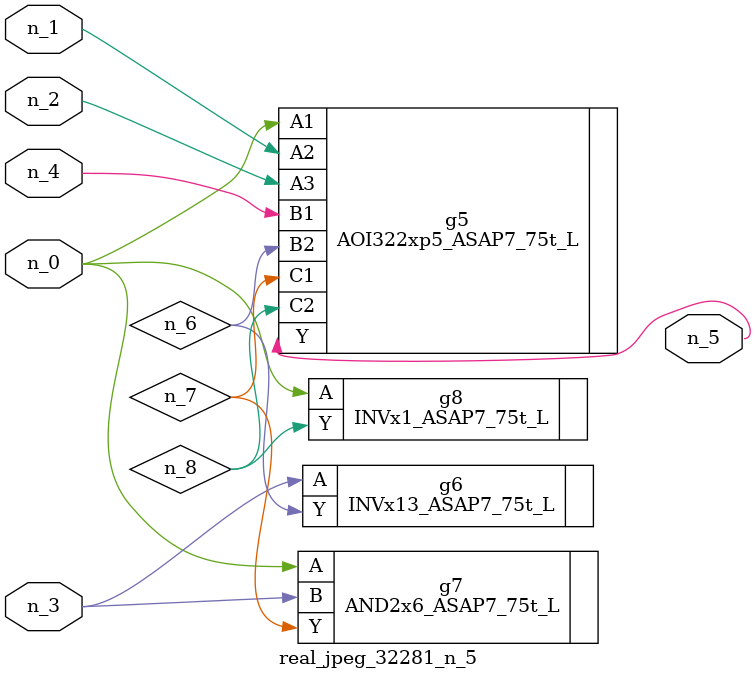
<source format=v>
module real_jpeg_32281_n_5 (n_4, n_0, n_1, n_2, n_3, n_5);

input n_4;
input n_0;
input n_1;
input n_2;
input n_3;

output n_5;

wire n_8;
wire n_6;
wire n_7;

AOI322xp5_ASAP7_75t_L g5 ( 
.A1(n_0),
.A2(n_1),
.A3(n_2),
.B1(n_4),
.B2(n_6),
.C1(n_7),
.C2(n_8),
.Y(n_5)
);

AND2x6_ASAP7_75t_L g7 ( 
.A(n_0),
.B(n_3),
.Y(n_7)
);

INVx1_ASAP7_75t_L g8 ( 
.A(n_0),
.Y(n_8)
);

INVx13_ASAP7_75t_L g6 ( 
.A(n_3),
.Y(n_6)
);


endmodule
</source>
